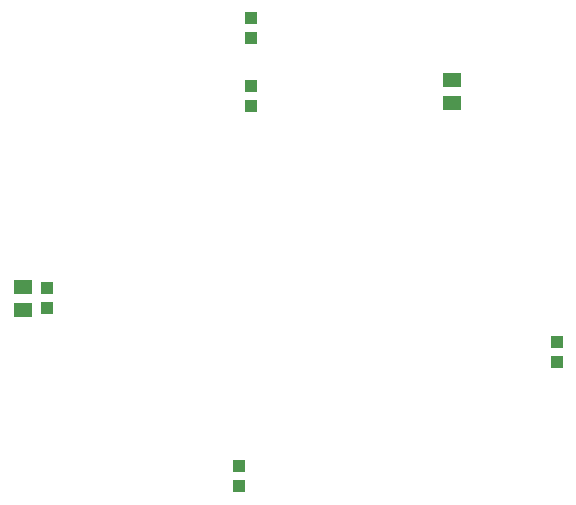
<source format=gbp>
G04*
G04 #@! TF.GenerationSoftware,Altium Limited,Altium Designer,18.1.9 (240)*
G04*
G04 Layer_Color=128*
%FSLAX24Y24*%
%MOIN*%
G70*
G01*
G75*
%ADD17R,0.0394X0.0433*%
%ADD75R,0.0591X0.0512*%
D17*
X8800Y14331D02*
D03*
Y15000D02*
D03*
Y16600D02*
D03*
Y17269D02*
D03*
X2000Y8269D02*
D03*
Y7600D02*
D03*
X8400Y1665D02*
D03*
Y2335D02*
D03*
X19000Y5800D02*
D03*
Y6469D02*
D03*
D75*
X1200Y7552D02*
D03*
Y8300D02*
D03*
X15500Y14452D02*
D03*
Y15200D02*
D03*
M02*

</source>
